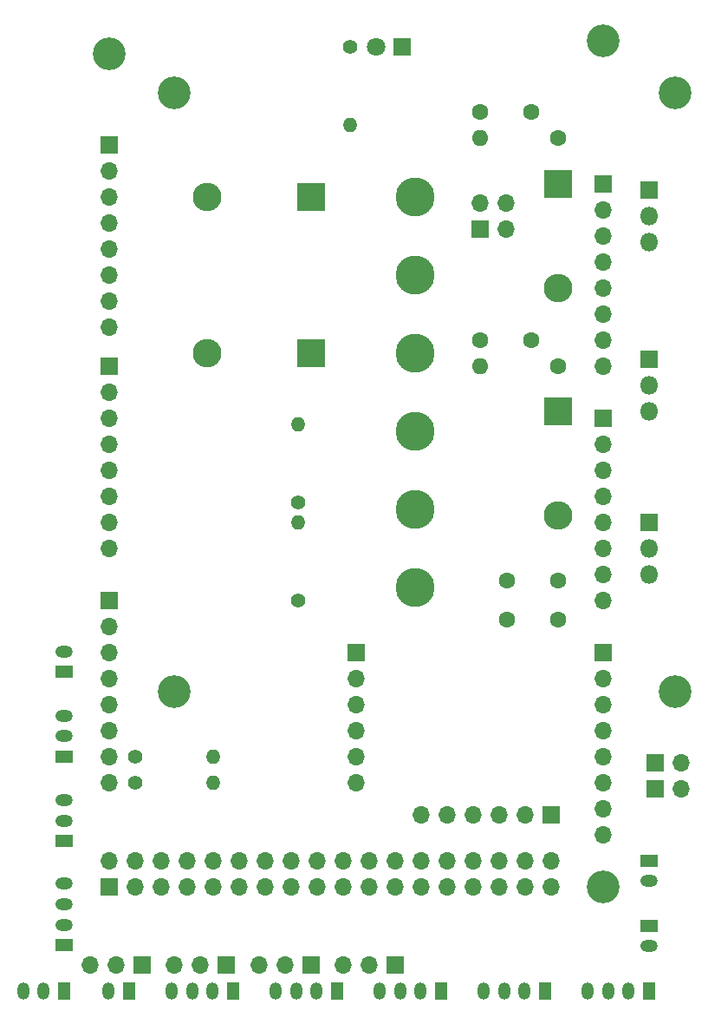
<source format=gbs>
G04 #@! TF.FileFunction,Soldermask,Bot*
%FSLAX46Y46*%
G04 Gerber Fmt 4.6, Leading zero omitted, Abs format (unit mm)*
G04 Created by KiCad (PCBNEW 4.0.7) date 07/23/18 10:37:58*
%MOMM*%
%LPD*%
G01*
G04 APERTURE LIST*
%ADD10C,0.100000*%
%ADD11R,1.800000X1.800000*%
%ADD12C,1.800000*%
%ADD13R,1.700000X1.700000*%
%ADD14O,1.700000X1.700000*%
%ADD15R,1.200000X1.700000*%
%ADD16O,1.200000X1.700000*%
%ADD17R,1.700000X1.200000*%
%ADD18O,1.700000X1.200000*%
%ADD19C,1.400000*%
%ADD20O,1.400000X1.400000*%
%ADD21O,1.800000X1.800000*%
%ADD22C,1.600000*%
%ADD23C,3.200000*%
%ADD24R,2.800000X2.800000*%
%ADD25O,2.800000X2.800000*%
%ADD26C,3.810000*%
%ADD27O,1.600000X1.600000*%
G04 APERTURE END LIST*
D10*
D11*
X157480000Y-55245000D03*
D12*
X154940000Y-55245000D03*
D13*
X156845000Y-144780000D03*
D14*
X154305000Y-144780000D03*
X151765000Y-144780000D03*
D13*
X148590000Y-144780000D03*
D14*
X146050000Y-144780000D03*
X143510000Y-144780000D03*
D13*
X140335000Y-144780000D03*
D14*
X137795000Y-144780000D03*
X135255000Y-144780000D03*
D13*
X132080000Y-144780000D03*
D14*
X129540000Y-144780000D03*
X127000000Y-144780000D03*
D15*
X161290000Y-147320000D03*
D16*
X159290000Y-147320000D03*
X157290000Y-147320000D03*
X155290000Y-147320000D03*
D15*
X171450000Y-147320000D03*
D16*
X169450000Y-147320000D03*
X167450000Y-147320000D03*
X165450000Y-147320000D03*
D15*
X181610000Y-147320000D03*
D16*
X179610000Y-147320000D03*
X177610000Y-147320000D03*
X175610000Y-147320000D03*
D15*
X151130000Y-147320000D03*
D16*
X149130000Y-147320000D03*
X147130000Y-147320000D03*
X145130000Y-147320000D03*
D15*
X124460000Y-147320000D03*
D16*
X122460000Y-147320000D03*
X120460000Y-147320000D03*
D17*
X124460000Y-132715000D03*
D18*
X124460000Y-130715000D03*
X124460000Y-128715000D03*
D15*
X130810000Y-147320000D03*
D16*
X128810000Y-147320000D03*
D17*
X124460000Y-116205000D03*
D18*
X124460000Y-114205000D03*
D17*
X124460000Y-124460000D03*
D18*
X124460000Y-122460000D03*
X124460000Y-120460000D03*
D15*
X140970000Y-147320000D03*
D16*
X138970000Y-147320000D03*
X136970000Y-147320000D03*
X134970000Y-147320000D03*
D17*
X124460000Y-142875000D03*
D18*
X124460000Y-140875000D03*
X124460000Y-138875000D03*
X124460000Y-136875000D03*
D19*
X152400000Y-55245000D03*
D20*
X152400000Y-62865000D03*
D13*
X177165000Y-91440000D03*
D14*
X177165000Y-93980000D03*
X177165000Y-96520000D03*
X177165000Y-99060000D03*
X177165000Y-101600000D03*
X177165000Y-104140000D03*
X177165000Y-106680000D03*
X177165000Y-109220000D03*
D13*
X177165000Y-114300000D03*
D14*
X177165000Y-116840000D03*
X177165000Y-119380000D03*
X177165000Y-121920000D03*
X177165000Y-124460000D03*
X177165000Y-127000000D03*
X177165000Y-129540000D03*
X177165000Y-132080000D03*
D13*
X128905000Y-137160000D03*
D14*
X128905000Y-134620000D03*
X131445000Y-137160000D03*
X131445000Y-134620000D03*
X133985000Y-137160000D03*
X133985000Y-134620000D03*
X136525000Y-137160000D03*
X136525000Y-134620000D03*
X139065000Y-137160000D03*
X139065000Y-134620000D03*
X141605000Y-137160000D03*
X141605000Y-134620000D03*
X144145000Y-137160000D03*
X144145000Y-134620000D03*
X146685000Y-137160000D03*
X146685000Y-134620000D03*
X149225000Y-137160000D03*
X149225000Y-134620000D03*
X151765000Y-137160000D03*
X151765000Y-134620000D03*
X154305000Y-137160000D03*
X154305000Y-134620000D03*
X156845000Y-137160000D03*
X156845000Y-134620000D03*
X159385000Y-137160000D03*
X159385000Y-134620000D03*
X161925000Y-137160000D03*
X161925000Y-134620000D03*
X164465000Y-137160000D03*
X164465000Y-134620000D03*
X167005000Y-137160000D03*
X167005000Y-134620000D03*
X169545000Y-137160000D03*
X169545000Y-134620000D03*
X172085000Y-137160000D03*
X172085000Y-134620000D03*
D13*
X128905000Y-64770000D03*
D14*
X128905000Y-67310000D03*
X128905000Y-69850000D03*
X128905000Y-72390000D03*
X128905000Y-74930000D03*
X128905000Y-77470000D03*
X128905000Y-80010000D03*
X128905000Y-82550000D03*
D13*
X128905000Y-86360000D03*
D14*
X128905000Y-88900000D03*
X128905000Y-91440000D03*
X128905000Y-93980000D03*
X128905000Y-96520000D03*
X128905000Y-99060000D03*
X128905000Y-101600000D03*
X128905000Y-104140000D03*
D13*
X128905000Y-109220000D03*
D14*
X128905000Y-111760000D03*
X128905000Y-114300000D03*
X128905000Y-116840000D03*
X128905000Y-119380000D03*
X128905000Y-121920000D03*
X128905000Y-124460000D03*
X128905000Y-127000000D03*
D11*
X181610000Y-69215000D03*
D21*
X181610000Y-71755000D03*
X181610000Y-74295000D03*
D11*
X181610000Y-85725000D03*
D21*
X181610000Y-88265000D03*
X181610000Y-90805000D03*
D11*
X181610000Y-101600000D03*
D21*
X181610000Y-104140000D03*
X181610000Y-106680000D03*
D17*
X181610000Y-134620000D03*
D18*
X181610000Y-136620000D03*
D17*
X181610000Y-140970000D03*
D18*
X181610000Y-142970000D03*
D13*
X182245000Y-127635000D03*
D14*
X184785000Y-127635000D03*
D13*
X182245000Y-125095000D03*
D14*
X184785000Y-125095000D03*
D13*
X177165000Y-68580000D03*
D14*
X177165000Y-71120000D03*
X177165000Y-73660000D03*
X177165000Y-76200000D03*
X177165000Y-78740000D03*
X177165000Y-81280000D03*
X177165000Y-83820000D03*
X177165000Y-86360000D03*
D22*
X172720000Y-107315000D03*
X167720000Y-107315000D03*
X172720000Y-111125000D03*
X167720000Y-111125000D03*
X165100000Y-61595000D03*
X170100000Y-61595000D03*
X165100000Y-83820000D03*
X170100000Y-83820000D03*
D13*
X153035000Y-114300000D03*
D14*
X153035000Y-116840000D03*
X153035000Y-119380000D03*
X153035000Y-121920000D03*
X153035000Y-124460000D03*
X153035000Y-127000000D03*
D13*
X172085000Y-130175000D03*
D14*
X169545000Y-130175000D03*
X167005000Y-130175000D03*
X164465000Y-130175000D03*
X161925000Y-130175000D03*
X159385000Y-130175000D03*
D13*
X165100000Y-73025000D03*
D14*
X167640000Y-73025000D03*
X165100000Y-70485000D03*
X167640000Y-70485000D03*
D23*
X128905000Y-55880000D03*
X177165000Y-54610000D03*
X177165000Y-137160000D03*
X135255000Y-59690000D03*
X135255000Y-118110000D03*
X184150000Y-118110000D03*
D19*
X131445000Y-124460000D03*
D20*
X139065000Y-124460000D03*
D19*
X131445000Y-127000000D03*
D20*
X139065000Y-127000000D03*
D24*
X172720000Y-90805000D03*
D25*
X172720000Y-100965000D03*
D24*
X172720000Y-68580000D03*
D25*
X172720000Y-78740000D03*
D24*
X148590000Y-85090000D03*
D25*
X138430000Y-85090000D03*
D24*
X148590000Y-69850000D03*
D25*
X138430000Y-69850000D03*
D19*
X147320000Y-109220000D03*
D20*
X147320000Y-101600000D03*
D19*
X147320000Y-99695000D03*
D20*
X147320000Y-92075000D03*
D26*
X158750000Y-107950000D03*
X158750000Y-100330000D03*
X158750000Y-92710000D03*
X158750000Y-85090000D03*
X158750000Y-77470000D03*
X158750000Y-69850000D03*
D22*
X172720000Y-64135000D03*
D27*
X165100000Y-64135000D03*
D22*
X172720000Y-86360000D03*
D27*
X165100000Y-86360000D03*
D23*
X184150000Y-59690000D03*
M02*

</source>
